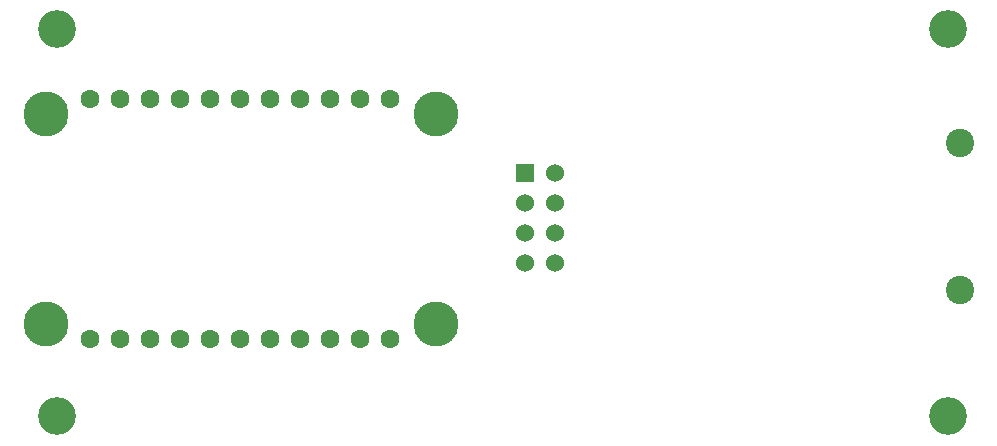
<source format=gbr>
%TF.GenerationSoftware,KiCad,Pcbnew,(5.1.8)-1*%
%TF.CreationDate,2021-03-07T23:02:04+01:00*%
%TF.ProjectId,Telemetry_receiver,54656c65-6d65-4747-9279-5f7265636569,rev?*%
%TF.SameCoordinates,Original*%
%TF.FileFunction,Soldermask,Bot*%
%TF.FilePolarity,Negative*%
%FSLAX46Y46*%
G04 Gerber Fmt 4.6, Leading zero omitted, Abs format (unit mm)*
G04 Created by KiCad (PCBNEW (5.1.8)-1) date 2021-03-07 23:02:04*
%MOMM*%
%LPD*%
G01*
G04 APERTURE LIST*
%ADD10C,3.200000*%
%ADD11C,2.400000*%
%ADD12C,1.600000*%
%ADD13C,3.800000*%
%ADD14C,1.524000*%
%ADD15R,1.524000X1.524000*%
G04 APERTURE END LIST*
D10*
%TO.C, *%
X204724000Y-120904000D03*
%TD*%
%TO.C, *%
X129286000Y-120904000D03*
%TD*%
%TO.C, *%
X204724000Y-88138000D03*
%TD*%
%TO.C, *%
X129286000Y-88138000D03*
%TD*%
D11*
%TO.C, *%
X205740000Y-97790000D03*
%TD*%
%TO.C, *%
X205740000Y-110236000D03*
%TD*%
D12*
%TO.C,U1*%
X132115000Y-114345000D03*
X132115000Y-94025000D03*
X134655000Y-114345000D03*
X137195000Y-114345000D03*
X139735000Y-114345000D03*
X142275000Y-114345000D03*
X144815000Y-114345000D03*
X147355000Y-114345000D03*
X149895000Y-114345000D03*
X152435000Y-114345000D03*
X154975000Y-114345000D03*
X157515000Y-114345000D03*
X157515000Y-94025000D03*
X154975000Y-94025000D03*
X152435000Y-94025000D03*
X149895000Y-94025000D03*
X147355000Y-94025000D03*
X144815000Y-94025000D03*
X142275000Y-94025000D03*
X139735000Y-94025000D03*
X137195000Y-94025000D03*
X134655000Y-94025000D03*
D13*
X128393000Y-95295000D03*
X128393000Y-113075000D03*
X161413000Y-113075000D03*
X161413000Y-95295000D03*
%TD*%
D14*
%TO.C,U2*%
X171450000Y-107950000D03*
X168910000Y-107950000D03*
X171450000Y-105410000D03*
X168910000Y-105410000D03*
X171450000Y-102870000D03*
X168910000Y-102870000D03*
X171450000Y-100330000D03*
D15*
X168910000Y-100330000D03*
%TD*%
M02*

</source>
